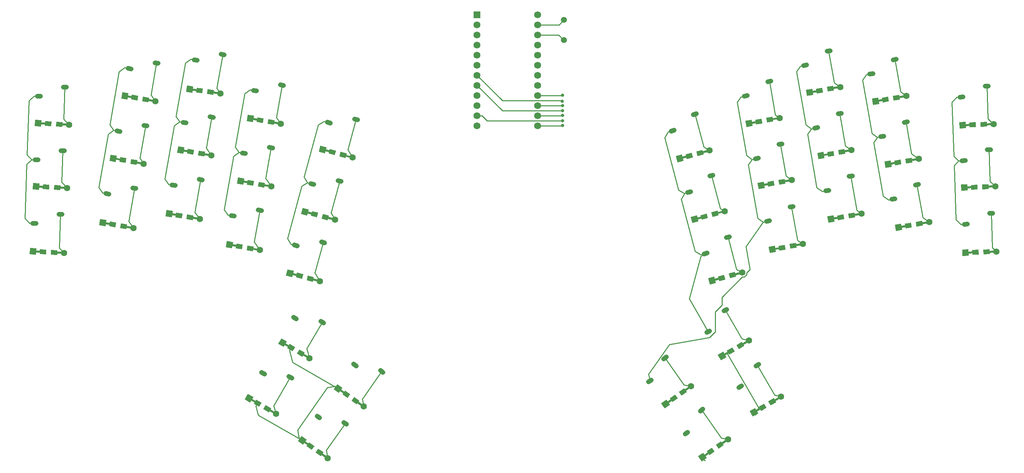
<source format=gbr>
G04 #@! TF.GenerationSoftware,KiCad,Pcbnew,(5.1.5)-1*
G04 #@! TF.CreationDate,2021-07-11T17:01:56-04:00*
G04 #@! TF.ProjectId,baboon38 v0.4,6261626f-6f6e-4333-9820-76302e342e6b,rev?*
G04 #@! TF.SameCoordinates,Original*
G04 #@! TF.FileFunction,Copper,L1,Top*
G04 #@! TF.FilePolarity,Positive*
%FSLAX46Y46*%
G04 Gerber Fmt 4.6, Leading zero omitted, Abs format (unit mm)*
G04 Created by KiCad (PCBNEW (5.1.5)-1) date 2021-07-11 17:01:56*
%MOMM*%
%LPD*%
G04 APERTURE LIST*
%ADD10C,1.500000*%
%ADD11C,1.752600*%
%ADD12R,1.752600X1.752600*%
%ADD13C,1.200000*%
%ADD14C,0.100000*%
%ADD15C,1.600000*%
%ADD16C,0.800000*%
%ADD17C,0.250000*%
G04 APERTURE END LIST*
D10*
X164200000Y-21960000D03*
X164200000Y-27040000D03*
D11*
X157620000Y-20630000D03*
X142380000Y-48570000D03*
X157620000Y-23170000D03*
X157620000Y-25710000D03*
X157620000Y-28250000D03*
X157620000Y-30790000D03*
X157620000Y-33330000D03*
X157620000Y-35870000D03*
X157620000Y-38410000D03*
X157620000Y-40950000D03*
X157620000Y-43490000D03*
X157620000Y-46030000D03*
X157620000Y-48570000D03*
X142380000Y-46030000D03*
X142380000Y-43490000D03*
X142380000Y-40950000D03*
X142380000Y-38410000D03*
X142380000Y-35870000D03*
X142380000Y-33330000D03*
X142380000Y-30790000D03*
X142380000Y-28250000D03*
X142380000Y-25710000D03*
X142380000Y-23170000D03*
D12*
X142380000Y-20630000D03*
D13*
X220978800Y-69040811D02*
X221766646Y-68901893D01*
X215067856Y-72662254D02*
X215855702Y-72523336D01*
X37896265Y-54843600D02*
X38695777Y-54871520D01*
X31361550Y-57156951D02*
X32161062Y-57184871D01*
G04 #@! TA.AperFunction,ComponentPad*
D14*
G36*
X212236809Y-119603767D02*
G01*
X213036809Y-120989407D01*
X211651169Y-121789407D01*
X210851169Y-120403767D01*
X212236809Y-119603767D01*
G37*
G04 #@! TD.AperFunction*
D15*
X218698987Y-116796587D03*
G04 #@! TA.AperFunction,Conductor*
D14*
G36*
X214287161Y-119055081D02*
G01*
X214537161Y-119488093D01*
X212025687Y-120938093D01*
X211775687Y-120505081D01*
X214287161Y-119055081D01*
G37*
G04 #@! TD.AperFunction*
G04 #@! TA.AperFunction,SMDPad,CuDef*
G36*
X214501872Y-118526972D02*
G01*
X215101872Y-119566202D01*
X213716232Y-120366202D01*
X213116232Y-119326972D01*
X214501872Y-118526972D01*
G37*
G04 #@! TD.AperFunction*
G04 #@! TA.AperFunction,SMDPad,CuDef*
G36*
X216926744Y-117126972D02*
G01*
X217526744Y-118166202D01*
X216141104Y-118966202D01*
X215541104Y-117926972D01*
X216926744Y-117126972D01*
G37*
G04 #@! TD.AperFunction*
G04 #@! TA.AperFunction,Conductor*
G36*
X218617289Y-116555081D02*
G01*
X218867289Y-116988093D01*
X216355815Y-118438093D01*
X216105815Y-118005081D01*
X218617289Y-116555081D01*
G37*
G04 #@! TD.AperFunction*
G04 #@! TA.AperFunction,ComponentPad*
G36*
X199214712Y-130868725D02*
G01*
X200132435Y-132179368D01*
X198821792Y-133097091D01*
X197904069Y-131786448D01*
X199214712Y-130868725D01*
G37*
G04 #@! TD.AperFunction*
D15*
X205407638Y-127509012D03*
G04 #@! TA.AperFunction,Conductor*
D14*
G36*
X201209441Y-130143427D02*
G01*
X201496230Y-130553003D01*
X199120689Y-132216375D01*
X198833900Y-131806799D01*
X201209441Y-130143427D01*
G37*
G04 #@! TD.AperFunction*
G04 #@! TA.AperFunction,SMDPad,CuDef*
G36*
X201377308Y-129598615D02*
G01*
X202065599Y-130581597D01*
X200754956Y-131499319D01*
X200066665Y-130516337D01*
X201377308Y-129598615D01*
G37*
G04 #@! TD.AperFunction*
G04 #@! TA.AperFunction,SMDPad,CuDef*
G36*
X203670934Y-127992601D02*
G01*
X204359225Y-128975583D01*
X203048582Y-129893305D01*
X202360291Y-128910323D01*
X203670934Y-127992601D01*
G37*
G04 #@! TD.AperFunction*
G04 #@! TA.AperFunction,Conductor*
G36*
X205305201Y-127275545D02*
G01*
X205591990Y-127685121D01*
X203216449Y-129348493D01*
X202929660Y-128938917D01*
X205305201Y-127275545D01*
G37*
G04 #@! TD.AperFunction*
G04 #@! TA.AperFunction,ComponentPad*
G36*
X189943735Y-117509871D02*
G01*
X190861458Y-118820514D01*
X189550815Y-119738237D01*
X188633092Y-118427594D01*
X189943735Y-117509871D01*
G37*
G04 #@! TD.AperFunction*
D15*
X196136661Y-114150158D03*
G04 #@! TA.AperFunction,Conductor*
D14*
G36*
X191938464Y-116784573D02*
G01*
X192225253Y-117194149D01*
X189849712Y-118857521D01*
X189562923Y-118447945D01*
X191938464Y-116784573D01*
G37*
G04 #@! TD.AperFunction*
G04 #@! TA.AperFunction,SMDPad,CuDef*
G36*
X192106331Y-116239761D02*
G01*
X192794622Y-117222743D01*
X191483979Y-118140465D01*
X190795688Y-117157483D01*
X192106331Y-116239761D01*
G37*
G04 #@! TD.AperFunction*
G04 #@! TA.AperFunction,SMDPad,CuDef*
G36*
X194399957Y-114633747D02*
G01*
X195088248Y-115616729D01*
X193777605Y-116534451D01*
X193089314Y-115551469D01*
X194399957Y-114633747D01*
G37*
G04 #@! TD.AperFunction*
G04 #@! TA.AperFunction,Conductor*
G36*
X196034224Y-113916691D02*
G01*
X196321013Y-114326267D01*
X193945472Y-115989639D01*
X193658683Y-115580063D01*
X196034224Y-113916691D01*
G37*
G04 #@! TD.AperFunction*
G04 #@! TA.AperFunction,ComponentPad*
G36*
X204239703Y-105452926D02*
G01*
X205039703Y-106838566D01*
X203654063Y-107638566D01*
X202854063Y-106252926D01*
X204239703Y-105452926D01*
G37*
G04 #@! TD.AperFunction*
D15*
X210701881Y-102645746D03*
G04 #@! TA.AperFunction,Conductor*
D14*
G36*
X206290055Y-104904240D02*
G01*
X206540055Y-105337252D01*
X204028581Y-106787252D01*
X203778581Y-106354240D01*
X206290055Y-104904240D01*
G37*
G04 #@! TD.AperFunction*
G04 #@! TA.AperFunction,SMDPad,CuDef*
G36*
X206504766Y-104376131D02*
G01*
X207104766Y-105415361D01*
X205719126Y-106215361D01*
X205119126Y-105176131D01*
X206504766Y-104376131D01*
G37*
G04 #@! TD.AperFunction*
G04 #@! TA.AperFunction,SMDPad,CuDef*
G36*
X208929638Y-102976131D02*
G01*
X209529638Y-104015361D01*
X208143998Y-104815361D01*
X207543998Y-103776131D01*
X208929638Y-102976131D01*
G37*
G04 #@! TD.AperFunction*
G04 #@! TA.AperFunction,Conductor*
G36*
X210620183Y-102404240D02*
G01*
X210870183Y-102837252D01*
X208358709Y-104287252D01*
X208108709Y-103854240D01*
X210620183Y-102404240D01*
G37*
G04 #@! TD.AperFunction*
G04 #@! TA.AperFunction,ComponentPad*
G36*
X86208442Y-116869181D02*
G01*
X85408442Y-118254821D01*
X84022802Y-117454821D01*
X84822802Y-116069181D01*
X86208442Y-116869181D01*
G37*
G04 #@! TD.AperFunction*
D15*
X91870620Y-121062001D03*
G04 #@! TA.AperFunction,Conductor*
D14*
G36*
X87708794Y-118370495D02*
G01*
X87458794Y-118803507D01*
X84947320Y-117353507D01*
X85197320Y-116920495D01*
X87708794Y-118370495D01*
G37*
G04 #@! TD.AperFunction*
G04 #@! TA.AperFunction,SMDPad,CuDef*
G36*
X88273505Y-118292386D02*
G01*
X87673505Y-119331616D01*
X86287865Y-118531616D01*
X86887865Y-117492386D01*
X88273505Y-118292386D01*
G37*
G04 #@! TD.AperFunction*
G04 #@! TA.AperFunction,SMDPad,CuDef*
G36*
X90698377Y-119692386D02*
G01*
X90098377Y-120731616D01*
X88712737Y-119931616D01*
X89312737Y-118892386D01*
X90698377Y-119692386D01*
G37*
G04 #@! TD.AperFunction*
G04 #@! TA.AperFunction,Conductor*
G36*
X92038922Y-120870495D02*
G01*
X91788922Y-121303507D01*
X89277448Y-119853507D01*
X89527448Y-119420495D01*
X92038922Y-120870495D01*
G37*
G04 #@! TD.AperFunction*
G04 #@! TA.AperFunction,ComponentPad*
G36*
X99612056Y-127569630D02*
G01*
X98694333Y-128880273D01*
X97383690Y-127962550D01*
X98301413Y-126651907D01*
X99612056Y-127569630D01*
G37*
G04 #@! TD.AperFunction*
D15*
X104887259Y-132239986D03*
G04 #@! TA.AperFunction,Conductor*
D14*
G36*
X100975851Y-129195995D02*
G01*
X100689062Y-129605571D01*
X98313521Y-127942199D01*
X98600310Y-127532623D01*
X100975851Y-129195995D01*
G37*
G04 #@! TD.AperFunction*
G04 #@! TA.AperFunction,SMDPad,CuDef*
G36*
X101545220Y-129167401D02*
G01*
X100856929Y-130150383D01*
X99546286Y-129232661D01*
X100234577Y-128249679D01*
X101545220Y-129167401D01*
G37*
G04 #@! TD.AperFunction*
G04 #@! TA.AperFunction,SMDPad,CuDef*
G36*
X103838846Y-130773415D02*
G01*
X103150555Y-131756397D01*
X101839912Y-130838675D01*
X102528203Y-129855693D01*
X103838846Y-130773415D01*
G37*
G04 #@! TD.AperFunction*
G04 #@! TA.AperFunction,Conductor*
G36*
X105071611Y-132063877D02*
G01*
X104784822Y-132473453D01*
X102409281Y-130810081D01*
X102696070Y-130400505D01*
X105071611Y-132063877D01*
G37*
G04 #@! TD.AperFunction*
G04 #@! TA.AperFunction,ComponentPad*
G36*
X108610322Y-114535781D02*
G01*
X107692599Y-115846424D01*
X106381956Y-114928701D01*
X107299679Y-113618058D01*
X108610322Y-114535781D01*
G37*
G04 #@! TD.AperFunction*
D15*
X113885525Y-119206137D03*
G04 #@! TA.AperFunction,Conductor*
D14*
G36*
X109974117Y-116162146D02*
G01*
X109687328Y-116571722D01*
X107311787Y-114908350D01*
X107598576Y-114498774D01*
X109974117Y-116162146D01*
G37*
G04 #@! TD.AperFunction*
G04 #@! TA.AperFunction,SMDPad,CuDef*
G36*
X110543486Y-116133552D02*
G01*
X109855195Y-117116534D01*
X108544552Y-116198812D01*
X109232843Y-115215830D01*
X110543486Y-116133552D01*
G37*
G04 #@! TD.AperFunction*
G04 #@! TA.AperFunction,SMDPad,CuDef*
G36*
X112837112Y-117739566D02*
G01*
X112148821Y-118722548D01*
X110838178Y-117804826D01*
X111526469Y-116821844D01*
X112837112Y-117739566D01*
G37*
G04 #@! TD.AperFunction*
G04 #@! TA.AperFunction,Conductor*
G36*
X114069877Y-119030028D02*
G01*
X113783088Y-119439604D01*
X111407547Y-117776232D01*
X111694336Y-117366656D01*
X114069877Y-119030028D01*
G37*
G04 #@! TD.AperFunction*
G04 #@! TA.AperFunction,ComponentPad*
G36*
X94621455Y-102882716D02*
G01*
X93821455Y-104268356D01*
X92435815Y-103468356D01*
X93235815Y-102082716D01*
X94621455Y-102882716D01*
G37*
G04 #@! TD.AperFunction*
D15*
X100283633Y-107075536D03*
G04 #@! TA.AperFunction,Conductor*
D14*
G36*
X96121807Y-104384030D02*
G01*
X95871807Y-104817042D01*
X93360333Y-103367042D01*
X93610333Y-102934030D01*
X96121807Y-104384030D01*
G37*
G04 #@! TD.AperFunction*
G04 #@! TA.AperFunction,SMDPad,CuDef*
G36*
X96686518Y-104305921D02*
G01*
X96086518Y-105345151D01*
X94700878Y-104545151D01*
X95300878Y-103505921D01*
X96686518Y-104305921D01*
G37*
G04 #@! TD.AperFunction*
G04 #@! TA.AperFunction,SMDPad,CuDef*
G36*
X99111390Y-105705921D02*
G01*
X98511390Y-106745151D01*
X97125750Y-105945151D01*
X97725750Y-104905921D01*
X99111390Y-105705921D01*
G37*
G04 #@! TD.AperFunction*
G04 #@! TA.AperFunction,Conductor*
G36*
X100451935Y-106884030D02*
G01*
X100201935Y-107317042D01*
X97690461Y-105867042D01*
X97940461Y-105434030D01*
X100451935Y-106884030D01*
G37*
G04 #@! TD.AperFunction*
G04 #@! TA.AperFunction,ComponentPad*
G36*
X265843791Y-79685013D02*
G01*
X265899630Y-81284038D01*
X264300605Y-81339877D01*
X264244766Y-79740852D01*
X265843791Y-79685013D01*
G37*
G04 #@! TD.AperFunction*
D15*
X272867446Y-80240229D03*
G04 #@! TA.AperFunction,Conductor*
D14*
G36*
X267911737Y-80163134D02*
G01*
X267929187Y-80662829D01*
X265030953Y-80764038D01*
X265013503Y-80264343D01*
X267911737Y-80163134D01*
G37*
G04 #@! TD.AperFunction*
G04 #@! TA.AperFunction,SMDPad,CuDef*
G36*
X268349248Y-79797642D02*
G01*
X268391127Y-80996911D01*
X266792102Y-81052750D01*
X266750223Y-79853481D01*
X268349248Y-79797642D01*
G37*
G04 #@! TD.AperFunction*
G04 #@! TA.AperFunction,SMDPad,CuDef*
G36*
X271147542Y-79699924D02*
G01*
X271189421Y-80899193D01*
X269590396Y-80955032D01*
X269548517Y-79755763D01*
X271147542Y-79699924D01*
G37*
G04 #@! TD.AperFunction*
G04 #@! TA.AperFunction,Conductor*
G36*
X272908691Y-79988636D02*
G01*
X272926141Y-80488331D01*
X270027907Y-80589540D01*
X270010457Y-80089845D01*
X272908691Y-79988636D01*
G37*
G04 #@! TD.AperFunction*
G04 #@! TA.AperFunction,ComponentPad*
G36*
X248914854Y-73230840D02*
G01*
X249192691Y-74806533D01*
X247616998Y-75084370D01*
X247339161Y-73508677D01*
X248914854Y-73230840D01*
G37*
G04 #@! TD.AperFunction*
D15*
X255947426Y-72803149D03*
G04 #@! TA.AperFunction,Conductor*
D14*
G36*
X251029216Y-73416505D02*
G01*
X251116040Y-73908909D01*
X248260098Y-74412489D01*
X248173274Y-73920085D01*
X251029216Y-73416505D01*
G37*
G04 #@! TD.AperFunction*
G04 #@! TA.AperFunction,SMDPad,CuDef*
G36*
X251411602Y-72993681D02*
G01*
X251619980Y-74175450D01*
X250044288Y-74453287D01*
X249835910Y-73271518D01*
X251411602Y-72993681D01*
G37*
G04 #@! TD.AperFunction*
G04 #@! TA.AperFunction,SMDPad,CuDef*
G36*
X254169064Y-72507467D02*
G01*
X254377442Y-73689236D01*
X252801750Y-73967073D01*
X252593372Y-72785304D01*
X254169064Y-72507467D01*
G37*
G04 #@! TD.AperFunction*
G04 #@! TA.AperFunction,Conductor*
G36*
X255953254Y-72548265D02*
G01*
X256040078Y-73040669D01*
X253184136Y-73544249D01*
X253097312Y-73051845D01*
X255953254Y-72548265D01*
G37*
G04 #@! TD.AperFunction*
G04 #@! TA.AperFunction,ComponentPad*
G36*
X231932218Y-71142760D02*
G01*
X232210055Y-72718453D01*
X230634362Y-72996290D01*
X230356525Y-71420597D01*
X231932218Y-71142760D01*
G37*
G04 #@! TD.AperFunction*
D15*
X238964790Y-70715069D03*
G04 #@! TA.AperFunction,Conductor*
D14*
G36*
X234046580Y-71328425D02*
G01*
X234133404Y-71820829D01*
X231277462Y-72324409D01*
X231190638Y-71832005D01*
X234046580Y-71328425D01*
G37*
G04 #@! TD.AperFunction*
G04 #@! TA.AperFunction,SMDPad,CuDef*
G36*
X234428966Y-70905601D02*
G01*
X234637344Y-72087370D01*
X233061652Y-72365207D01*
X232853274Y-71183438D01*
X234428966Y-70905601D01*
G37*
G04 #@! TD.AperFunction*
G04 #@! TA.AperFunction,SMDPad,CuDef*
G36*
X237186428Y-70419387D02*
G01*
X237394806Y-71601156D01*
X235819114Y-71878993D01*
X235610736Y-70697224D01*
X237186428Y-70419387D01*
G37*
G04 #@! TD.AperFunction*
G04 #@! TA.AperFunction,Conductor*
G36*
X238970618Y-70460185D02*
G01*
X239057442Y-70952589D01*
X236201500Y-71456169D01*
X236114676Y-70963765D01*
X238970618Y-70460185D01*
G37*
G04 #@! TD.AperFunction*
G04 #@! TA.AperFunction,ComponentPad*
G36*
X217209804Y-78788712D02*
G01*
X217487641Y-80364405D01*
X215911948Y-80642242D01*
X215634111Y-79066549D01*
X217209804Y-78788712D01*
G37*
G04 #@! TD.AperFunction*
D15*
X224242376Y-78361021D03*
G04 #@! TA.AperFunction,Conductor*
D14*
G36*
X219324166Y-78974377D02*
G01*
X219410990Y-79466781D01*
X216555048Y-79970361D01*
X216468224Y-79477957D01*
X219324166Y-78974377D01*
G37*
G04 #@! TD.AperFunction*
G04 #@! TA.AperFunction,SMDPad,CuDef*
G36*
X219706552Y-78551553D02*
G01*
X219914930Y-79733322D01*
X218339238Y-80011159D01*
X218130860Y-78829390D01*
X219706552Y-78551553D01*
G37*
G04 #@! TD.AperFunction*
G04 #@! TA.AperFunction,SMDPad,CuDef*
G36*
X222464014Y-78065339D02*
G01*
X222672392Y-79247108D01*
X221096700Y-79524945D01*
X220888322Y-78343176D01*
X222464014Y-78065339D01*
G37*
G04 #@! TD.AperFunction*
G04 #@! TA.AperFunction,Conductor*
G36*
X224248204Y-78106137D02*
G01*
X224335028Y-78598541D01*
X221479086Y-79102121D01*
X221392262Y-78609717D01*
X224248204Y-78106137D01*
G37*
G04 #@! TD.AperFunction*
G04 #@! TA.AperFunction,ComponentPad*
G36*
X201988408Y-86570602D02*
G01*
X202402519Y-88116083D01*
X200857038Y-88530194D01*
X200442927Y-86984713D01*
X201988408Y-86570602D01*
G37*
G04 #@! TD.AperFunction*
D15*
X208956945Y-85531610D03*
G04 #@! TA.AperFunction,Conductor*
D14*
G36*
X204110907Y-86571283D02*
G01*
X204240316Y-87054246D01*
X201439131Y-87804821D01*
X201309722Y-87321858D01*
X204110907Y-86571283D01*
G37*
G04 #@! TD.AperFunction*
G04 #@! TA.AperFunction,SMDPad,CuDef*
G36*
X204454987Y-86116740D02*
G01*
X204765570Y-87275851D01*
X203220089Y-87689962D01*
X202909506Y-86530851D01*
X204454987Y-86116740D01*
G37*
G04 #@! TD.AperFunction*
G04 #@! TA.AperFunction,SMDPad,CuDef*
G36*
X207159579Y-85392046D02*
G01*
X207470162Y-86551157D01*
X205924681Y-86965268D01*
X205614098Y-85806157D01*
X207159579Y-85392046D01*
G37*
G04 #@! TD.AperFunction*
G04 #@! TA.AperFunction,Conductor*
G36*
X208940537Y-85277187D02*
G01*
X209069946Y-85760150D01*
X206268761Y-86510725D01*
X206139352Y-86027762D01*
X208940537Y-85277187D01*
G37*
G04 #@! TD.AperFunction*
G04 #@! TA.AperFunction,ComponentPad*
G36*
X96358660Y-85136322D02*
G01*
X95944549Y-86681803D01*
X94399068Y-86267692D01*
X94813179Y-84722211D01*
X96358660Y-85136322D01*
G37*
G04 #@! TD.AperFunction*
D15*
X102913086Y-87720795D03*
G04 #@! TA.AperFunction,Conductor*
D14*
G36*
X98196457Y-86198159D02*
G01*
X98067048Y-86681122D01*
X95265863Y-85930547D01*
X95395272Y-85447584D01*
X98196457Y-86198159D01*
G37*
G04 #@! TD.AperFunction*
G04 #@! TA.AperFunction,SMDPad,CuDef*
G36*
X98721711Y-85976554D02*
G01*
X98411128Y-87135665D01*
X96865647Y-86721554D01*
X97176230Y-85562443D01*
X98721711Y-85976554D01*
G37*
G04 #@! TD.AperFunction*
G04 #@! TA.AperFunction,SMDPad,CuDef*
G36*
X101426303Y-86701248D02*
G01*
X101115720Y-87860359D01*
X99570239Y-87446248D01*
X99880822Y-86287137D01*
X101426303Y-86701248D01*
G37*
G04 #@! TD.AperFunction*
G04 #@! TA.AperFunction,Conductor*
G36*
X103026087Y-87492255D02*
G01*
X102896678Y-87975218D01*
X100095493Y-87224643D01*
X100224902Y-86741680D01*
X103026087Y-87492255D01*
G37*
G04 #@! TD.AperFunction*
G04 #@! TA.AperFunction,ComponentPad*
G36*
X81119814Y-77873775D02*
G01*
X80841977Y-79449468D01*
X79266284Y-79171631D01*
X79544121Y-77595938D01*
X81119814Y-77873775D01*
G37*
G04 #@! TD.AperFunction*
D15*
X87874549Y-79877159D03*
G04 #@! TA.AperFunction,Conductor*
D14*
G36*
X83043163Y-78771399D02*
G01*
X82956339Y-79263803D01*
X80100397Y-78760223D01*
X80187221Y-78267819D01*
X83043163Y-78771399D01*
G37*
G04 #@! TD.AperFunction*
G04 #@! TA.AperFunction,SMDPad,CuDef*
G36*
X83547103Y-78504858D02*
G01*
X83338725Y-79686627D01*
X81763033Y-79408790D01*
X81971411Y-78227021D01*
X83547103Y-78504858D01*
G37*
G04 #@! TD.AperFunction*
G04 #@! TA.AperFunction,SMDPad,CuDef*
G36*
X86304565Y-78991072D02*
G01*
X86096187Y-80172841D01*
X84520495Y-79895004D01*
X84728873Y-78713235D01*
X86304565Y-78991072D01*
G37*
G04 #@! TD.AperFunction*
G04 #@! TA.AperFunction,Conductor*
G36*
X87967201Y-79639639D02*
G01*
X87880377Y-80132043D01*
X85024435Y-79628463D01*
X85111259Y-79136059D01*
X87967201Y-79639639D01*
G37*
G04 #@! TD.AperFunction*
G04 #@! TA.AperFunction,ComponentPad*
G36*
X65981494Y-70063445D02*
G01*
X65703657Y-71639138D01*
X64127964Y-71361301D01*
X64405801Y-69785608D01*
X65981494Y-70063445D01*
G37*
G04 #@! TD.AperFunction*
D15*
X72736229Y-72066829D03*
G04 #@! TA.AperFunction,Conductor*
D14*
G36*
X67904843Y-70961069D02*
G01*
X67818019Y-71453473D01*
X64962077Y-70949893D01*
X65048901Y-70457489D01*
X67904843Y-70961069D01*
G37*
G04 #@! TD.AperFunction*
G04 #@! TA.AperFunction,SMDPad,CuDef*
G36*
X68408783Y-70694528D02*
G01*
X68200405Y-71876297D01*
X66624713Y-71598460D01*
X66833091Y-70416691D01*
X68408783Y-70694528D01*
G37*
G04 #@! TD.AperFunction*
G04 #@! TA.AperFunction,SMDPad,CuDef*
G36*
X71166245Y-71180742D02*
G01*
X70957867Y-72362511D01*
X69382175Y-72084674D01*
X69590553Y-70902905D01*
X71166245Y-71180742D01*
G37*
G04 #@! TD.AperFunction*
G04 #@! TA.AperFunction,Conductor*
G36*
X72828881Y-71829309D02*
G01*
X72742057Y-72321713D01*
X69886115Y-71818133D01*
X69972939Y-71325729D01*
X72828881Y-71829309D01*
G37*
G04 #@! TD.AperFunction*
G04 #@! TA.AperFunction,ComponentPad*
G36*
X49315147Y-72324618D02*
G01*
X49037310Y-73900311D01*
X47461617Y-73622474D01*
X47739454Y-72046781D01*
X49315147Y-72324618D01*
G37*
G04 #@! TD.AperFunction*
D15*
X56069882Y-74328002D03*
G04 #@! TA.AperFunction,Conductor*
D14*
G36*
X51238496Y-73222242D02*
G01*
X51151672Y-73714646D01*
X48295730Y-73211066D01*
X48382554Y-72718662D01*
X51238496Y-73222242D01*
G37*
G04 #@! TD.AperFunction*
G04 #@! TA.AperFunction,SMDPad,CuDef*
G36*
X51742436Y-72955701D02*
G01*
X51534058Y-74137470D01*
X49958366Y-73859633D01*
X50166744Y-72677864D01*
X51742436Y-72955701D01*
G37*
G04 #@! TD.AperFunction*
G04 #@! TA.AperFunction,SMDPad,CuDef*
G36*
X54499898Y-73441915D02*
G01*
X54291520Y-74623684D01*
X52715828Y-74345847D01*
X52924206Y-73164078D01*
X54499898Y-73441915D01*
G37*
G04 #@! TD.AperFunction*
G04 #@! TA.AperFunction,Conductor*
G36*
X56162534Y-74090482D02*
G01*
X56075710Y-74582886D01*
X53219768Y-74079306D01*
X53306592Y-73586902D01*
X56162534Y-74090482D01*
G37*
G04 #@! TD.AperFunction*
G04 #@! TA.AperFunction,ComponentPad*
G36*
X31696955Y-79438644D02*
G01*
X31613218Y-81036451D01*
X30015411Y-80952714D01*
X30099148Y-79354907D01*
X31696955Y-79438644D01*
G37*
G04 #@! TD.AperFunction*
D15*
X38645493Y-80603899D03*
G04 #@! TA.AperFunction,Conductor*
D14*
G36*
X33715361Y-80095179D02*
G01*
X33689193Y-80594494D01*
X30793167Y-80442719D01*
X30819335Y-79943404D01*
X33715361Y-80095179D01*
G37*
G04 #@! TD.AperFunction*
G04 #@! TA.AperFunction,SMDPad,CuDef*
G36*
X34183062Y-79769210D02*
G01*
X34120259Y-80967565D01*
X32522452Y-80883828D01*
X32585255Y-79685473D01*
X34183062Y-79769210D01*
G37*
G04 #@! TD.AperFunction*
G04 #@! TA.AperFunction,SMDPad,CuDef*
G36*
X36979224Y-79915750D02*
G01*
X36916421Y-81114105D01*
X35318614Y-81030368D01*
X35381417Y-79832013D01*
X36979224Y-79915750D01*
G37*
G04 #@! TD.AperFunction*
G04 #@! TA.AperFunction,Conductor*
G36*
X38708509Y-80356859D02*
G01*
X38682341Y-80856174D01*
X35786315Y-80704399D01*
X35812483Y-80205084D01*
X38708509Y-80356859D01*
G37*
G04 #@! TD.AperFunction*
G04 #@! TA.AperFunction,ComponentPad*
G36*
X265570898Y-63298877D02*
G01*
X265626737Y-64897902D01*
X264027712Y-64953741D01*
X263971873Y-63354716D01*
X265570898Y-63298877D01*
G37*
G04 #@! TD.AperFunction*
D15*
X272594553Y-63854093D03*
G04 #@! TA.AperFunction,Conductor*
D14*
G36*
X267638844Y-63776998D02*
G01*
X267656294Y-64276693D01*
X264758060Y-64377902D01*
X264740610Y-63878207D01*
X267638844Y-63776998D01*
G37*
G04 #@! TD.AperFunction*
G04 #@! TA.AperFunction,SMDPad,CuDef*
G36*
X268076355Y-63411506D02*
G01*
X268118234Y-64610775D01*
X266519209Y-64666614D01*
X266477330Y-63467345D01*
X268076355Y-63411506D01*
G37*
G04 #@! TD.AperFunction*
G04 #@! TA.AperFunction,SMDPad,CuDef*
G36*
X270874649Y-63313788D02*
G01*
X270916528Y-64513057D01*
X269317503Y-64568896D01*
X269275624Y-63369627D01*
X270874649Y-63313788D01*
G37*
G04 #@! TD.AperFunction*
G04 #@! TA.AperFunction,Conductor*
G36*
X272635798Y-63602500D02*
G01*
X272653248Y-64102195D01*
X269755014Y-64203404D01*
X269737564Y-63703709D01*
X272635798Y-63602500D01*
G37*
G04 #@! TD.AperFunction*
G04 #@! TA.AperFunction,ComponentPad*
G36*
X246289703Y-57341579D02*
G01*
X246567540Y-58917272D01*
X244991847Y-59195109D01*
X244714010Y-57619416D01*
X246289703Y-57341579D01*
G37*
G04 #@! TD.AperFunction*
D15*
X253322275Y-56913888D03*
G04 #@! TA.AperFunction,Conductor*
D14*
G36*
X248404065Y-57527244D02*
G01*
X248490889Y-58019648D01*
X245634947Y-58523228D01*
X245548123Y-58030824D01*
X248404065Y-57527244D01*
G37*
G04 #@! TD.AperFunction*
G04 #@! TA.AperFunction,SMDPad,CuDef*
G36*
X248786451Y-57104420D02*
G01*
X248994829Y-58286189D01*
X247419137Y-58564026D01*
X247210759Y-57382257D01*
X248786451Y-57104420D01*
G37*
G04 #@! TD.AperFunction*
G04 #@! TA.AperFunction,SMDPad,CuDef*
G36*
X251543913Y-56618206D02*
G01*
X251752291Y-57799975D01*
X250176599Y-58077812D01*
X249968221Y-56896043D01*
X251543913Y-56618206D01*
G37*
G04 #@! TD.AperFunction*
G04 #@! TA.AperFunction,Conductor*
G36*
X253328103Y-56659004D02*
G01*
X253414927Y-57151408D01*
X250558985Y-57654988D01*
X250472161Y-57162584D01*
X253328103Y-56659004D01*
G37*
G04 #@! TD.AperFunction*
G04 #@! TA.AperFunction,ComponentPad*
G36*
X229415403Y-55162595D02*
G01*
X229693240Y-56738288D01*
X228117547Y-57016125D01*
X227839710Y-55440432D01*
X229415403Y-55162595D01*
G37*
G04 #@! TD.AperFunction*
D15*
X236447975Y-54734904D03*
G04 #@! TA.AperFunction,Conductor*
D14*
G36*
X231529765Y-55348260D02*
G01*
X231616589Y-55840664D01*
X228760647Y-56344244D01*
X228673823Y-55851840D01*
X231529765Y-55348260D01*
G37*
G04 #@! TD.AperFunction*
G04 #@! TA.AperFunction,SMDPad,CuDef*
G36*
X231912151Y-54925436D02*
G01*
X232120529Y-56107205D01*
X230544837Y-56385042D01*
X230336459Y-55203273D01*
X231912151Y-54925436D01*
G37*
G04 #@! TD.AperFunction*
G04 #@! TA.AperFunction,SMDPad,CuDef*
G36*
X234669613Y-54439222D02*
G01*
X234877991Y-55620991D01*
X233302299Y-55898828D01*
X233093921Y-54717059D01*
X234669613Y-54439222D01*
G37*
G04 #@! TD.AperFunction*
G04 #@! TA.AperFunction,Conductor*
G36*
X236453803Y-54480020D02*
G01*
X236540627Y-54972424D01*
X233684685Y-55476004D01*
X233597861Y-54983600D01*
X236453803Y-54480020D01*
G37*
G04 #@! TD.AperFunction*
G04 #@! TA.AperFunction,ComponentPad*
G36*
X214402848Y-62682782D02*
G01*
X214680685Y-64258475D01*
X213104992Y-64536312D01*
X212827155Y-62960619D01*
X214402848Y-62682782D01*
G37*
G04 #@! TD.AperFunction*
D15*
X221435420Y-62255091D03*
G04 #@! TA.AperFunction,Conductor*
D14*
G36*
X216517210Y-62868447D02*
G01*
X216604034Y-63360851D01*
X213748092Y-63864431D01*
X213661268Y-63372027D01*
X216517210Y-62868447D01*
G37*
G04 #@! TD.AperFunction*
G04 #@! TA.AperFunction,SMDPad,CuDef*
G36*
X216899596Y-62445623D02*
G01*
X217107974Y-63627392D01*
X215532282Y-63905229D01*
X215323904Y-62723460D01*
X216899596Y-62445623D01*
G37*
G04 #@! TD.AperFunction*
G04 #@! TA.AperFunction,SMDPad,CuDef*
G36*
X219657058Y-61959409D02*
G01*
X219865436Y-63141178D01*
X218289744Y-63419015D01*
X218081366Y-62237246D01*
X219657058Y-61959409D01*
G37*
G04 #@! TD.AperFunction*
G04 #@! TA.AperFunction,Conductor*
G36*
X221441248Y-62000207D02*
G01*
X221528072Y-62492611D01*
X218672130Y-62996191D01*
X218585306Y-62503787D01*
X221441248Y-62000207D01*
G37*
G04 #@! TD.AperFunction*
G04 #@! TA.AperFunction,ComponentPad*
G36*
X197617434Y-71130893D02*
G01*
X198031545Y-72676374D01*
X196486064Y-73090485D01*
X196071953Y-71545004D01*
X197617434Y-71130893D01*
G37*
G04 #@! TD.AperFunction*
D15*
X204585971Y-70091901D03*
G04 #@! TA.AperFunction,Conductor*
D14*
G36*
X199739933Y-71131574D02*
G01*
X199869342Y-71614537D01*
X197068157Y-72365112D01*
X196938748Y-71882149D01*
X199739933Y-71131574D01*
G37*
G04 #@! TD.AperFunction*
G04 #@! TA.AperFunction,SMDPad,CuDef*
G36*
X200084013Y-70677031D02*
G01*
X200394596Y-71836142D01*
X198849115Y-72250253D01*
X198538532Y-71091142D01*
X200084013Y-70677031D01*
G37*
G04 #@! TD.AperFunction*
G04 #@! TA.AperFunction,SMDPad,CuDef*
G36*
X202788605Y-69952337D02*
G01*
X203099188Y-71111448D01*
X201553707Y-71525559D01*
X201243124Y-70366448D01*
X202788605Y-69952337D01*
G37*
G04 #@! TD.AperFunction*
G04 #@! TA.AperFunction,Conductor*
G36*
X204569563Y-69837478D02*
G01*
X204698972Y-70320441D01*
X201897787Y-71071016D01*
X201768378Y-70588053D01*
X204569563Y-69837478D01*
G37*
G04 #@! TD.AperFunction*
G04 #@! TA.AperFunction,ComponentPad*
G36*
X100123201Y-69649288D02*
G01*
X99709090Y-71194769D01*
X98163609Y-70780658D01*
X98577720Y-69235177D01*
X100123201Y-69649288D01*
G37*
G04 #@! TD.AperFunction*
D15*
X106677627Y-72233761D03*
G04 #@! TA.AperFunction,Conductor*
D14*
G36*
X101960998Y-70711125D02*
G01*
X101831589Y-71194088D01*
X99030404Y-70443513D01*
X99159813Y-69960550D01*
X101960998Y-70711125D01*
G37*
G04 #@! TD.AperFunction*
G04 #@! TA.AperFunction,SMDPad,CuDef*
G36*
X102486252Y-70489520D02*
G01*
X102175669Y-71648631D01*
X100630188Y-71234520D01*
X100940771Y-70075409D01*
X102486252Y-70489520D01*
G37*
G04 #@! TD.AperFunction*
G04 #@! TA.AperFunction,SMDPad,CuDef*
G36*
X105190844Y-71214214D02*
G01*
X104880261Y-72373325D01*
X103334780Y-71959214D01*
X103645363Y-70800103D01*
X105190844Y-71214214D01*
G37*
G04 #@! TD.AperFunction*
G04 #@! TA.AperFunction,Conductor*
G36*
X106790628Y-72005221D02*
G01*
X106661219Y-72488184D01*
X103860034Y-71737609D01*
X103989443Y-71254646D01*
X106790628Y-72005221D01*
G37*
G04 #@! TD.AperFunction*
G04 #@! TA.AperFunction,ComponentPad*
G36*
X83935489Y-61867463D02*
G01*
X83657652Y-63443156D01*
X82081959Y-63165319D01*
X82359796Y-61589626D01*
X83935489Y-61867463D01*
G37*
G04 #@! TD.AperFunction*
D15*
X90690224Y-63870847D03*
G04 #@! TA.AperFunction,Conductor*
D14*
G36*
X85858838Y-62765087D02*
G01*
X85772014Y-63257491D01*
X82916072Y-62753911D01*
X83002896Y-62261507D01*
X85858838Y-62765087D01*
G37*
G04 #@! TD.AperFunction*
G04 #@! TA.AperFunction,SMDPad,CuDef*
G36*
X86362778Y-62498546D02*
G01*
X86154400Y-63680315D01*
X84578708Y-63402478D01*
X84787086Y-62220709D01*
X86362778Y-62498546D01*
G37*
G04 #@! TD.AperFunction*
G04 #@! TA.AperFunction,SMDPad,CuDef*
G36*
X89120240Y-62984760D02*
G01*
X88911862Y-64166529D01*
X87336170Y-63888692D01*
X87544548Y-62706923D01*
X89120240Y-62984760D01*
G37*
G04 #@! TD.AperFunction*
G04 #@! TA.AperFunction,Conductor*
G36*
X90782876Y-63633327D02*
G01*
X90696052Y-64125731D01*
X87840110Y-63622151D01*
X87926934Y-63129747D01*
X90782876Y-63633327D01*
G37*
G04 #@! TD.AperFunction*
G04 #@! TA.AperFunction,ComponentPad*
G36*
X68896786Y-54048419D02*
G01*
X68618949Y-55624112D01*
X67043256Y-55346275D01*
X67321093Y-53770582D01*
X68896786Y-54048419D01*
G37*
G04 #@! TD.AperFunction*
D15*
X75651521Y-56051803D03*
G04 #@! TA.AperFunction,Conductor*
D14*
G36*
X70820135Y-54946043D02*
G01*
X70733311Y-55438447D01*
X67877369Y-54934867D01*
X67964193Y-54442463D01*
X70820135Y-54946043D01*
G37*
G04 #@! TD.AperFunction*
G04 #@! TA.AperFunction,SMDPad,CuDef*
G36*
X71324075Y-54679502D02*
G01*
X71115697Y-55861271D01*
X69540005Y-55583434D01*
X69748383Y-54401665D01*
X71324075Y-54679502D01*
G37*
G04 #@! TD.AperFunction*
G04 #@! TA.AperFunction,SMDPad,CuDef*
G36*
X74081537Y-55165716D02*
G01*
X73873159Y-56347485D01*
X72297467Y-56069648D01*
X72505845Y-54887879D01*
X74081537Y-55165716D01*
G37*
G04 #@! TD.AperFunction*
G04 #@! TA.AperFunction,Conductor*
G36*
X75744173Y-55814283D02*
G01*
X75657349Y-56306687D01*
X72801407Y-55803107D01*
X72888231Y-55310703D01*
X75744173Y-55814283D01*
G37*
G04 #@! TD.AperFunction*
G04 #@! TA.AperFunction,ComponentPad*
G36*
X51914151Y-56136499D02*
G01*
X51636314Y-57712192D01*
X50060621Y-57434355D01*
X50338458Y-55858662D01*
X51914151Y-56136499D01*
G37*
G04 #@! TD.AperFunction*
D15*
X58668886Y-58139883D03*
G04 #@! TA.AperFunction,Conductor*
D14*
G36*
X53837500Y-57034123D02*
G01*
X53750676Y-57526527D01*
X50894734Y-57022947D01*
X50981558Y-56530543D01*
X53837500Y-57034123D01*
G37*
G04 #@! TD.AperFunction*
G04 #@! TA.AperFunction,SMDPad,CuDef*
G36*
X54341440Y-56767582D02*
G01*
X54133062Y-57949351D01*
X52557370Y-57671514D01*
X52765748Y-56489745D01*
X54341440Y-56767582D01*
G37*
G04 #@! TD.AperFunction*
G04 #@! TA.AperFunction,SMDPad,CuDef*
G36*
X57098902Y-57253796D02*
G01*
X56890524Y-58435565D01*
X55314832Y-58157728D01*
X55523210Y-56975959D01*
X57098902Y-57253796D01*
G37*
G04 #@! TD.AperFunction*
G04 #@! TA.AperFunction,Conductor*
G36*
X58761538Y-57902363D02*
G01*
X58674714Y-58394767D01*
X55818772Y-57891187D01*
X55905596Y-57398783D01*
X58761538Y-57902363D01*
G37*
G04 #@! TD.AperFunction*
G04 #@! TA.AperFunction,ComponentPad*
G36*
X32476661Y-63108548D02*
G01*
X32392924Y-64706355D01*
X30795117Y-64622618D01*
X30878854Y-63024811D01*
X32476661Y-63108548D01*
G37*
G04 #@! TD.AperFunction*
D15*
X39425199Y-64273803D03*
G04 #@! TA.AperFunction,Conductor*
D14*
G36*
X34495067Y-63765083D02*
G01*
X34468899Y-64264398D01*
X31572873Y-64112623D01*
X31599041Y-63613308D01*
X34495067Y-63765083D01*
G37*
G04 #@! TD.AperFunction*
G04 #@! TA.AperFunction,SMDPad,CuDef*
G36*
X34962768Y-63439114D02*
G01*
X34899965Y-64637469D01*
X33302158Y-64553732D01*
X33364961Y-63355377D01*
X34962768Y-63439114D01*
G37*
G04 #@! TD.AperFunction*
G04 #@! TA.AperFunction,SMDPad,CuDef*
G36*
X37758930Y-63585654D02*
G01*
X37696127Y-64784009D01*
X36098320Y-64700272D01*
X36161123Y-63501917D01*
X37758930Y-63585654D01*
G37*
G04 #@! TD.AperFunction*
G04 #@! TA.AperFunction,Conductor*
G36*
X39488215Y-64026763D02*
G01*
X39462047Y-64526078D01*
X36566021Y-64374303D01*
X36592189Y-63874988D01*
X39488215Y-64026763D01*
G37*
G04 #@! TD.AperFunction*
G04 #@! TA.AperFunction,ComponentPad*
G36*
X265137377Y-47601357D02*
G01*
X265193216Y-49200382D01*
X263594191Y-49256221D01*
X263538352Y-47657196D01*
X265137377Y-47601357D01*
G37*
G04 #@! TD.AperFunction*
D15*
X272161032Y-48156573D03*
G04 #@! TA.AperFunction,Conductor*
D14*
G36*
X267205323Y-48079478D02*
G01*
X267222773Y-48579173D01*
X264324539Y-48680382D01*
X264307089Y-48180687D01*
X267205323Y-48079478D01*
G37*
G04 #@! TD.AperFunction*
G04 #@! TA.AperFunction,SMDPad,CuDef*
G36*
X267642834Y-47713986D02*
G01*
X267684713Y-48913255D01*
X266085688Y-48969094D01*
X266043809Y-47769825D01*
X267642834Y-47713986D01*
G37*
G04 #@! TD.AperFunction*
G04 #@! TA.AperFunction,SMDPad,CuDef*
G36*
X270441128Y-47616268D02*
G01*
X270483007Y-48815537D01*
X268883982Y-48871376D01*
X268842103Y-47672107D01*
X270441128Y-47616268D01*
G37*
G04 #@! TD.AperFunction*
G04 #@! TA.AperFunction,Conductor*
G36*
X272202277Y-47904980D02*
G01*
X272219727Y-48404675D01*
X269321493Y-48505884D01*
X269304043Y-48006189D01*
X272202277Y-47904980D01*
G37*
G04 #@! TD.AperFunction*
G04 #@! TA.AperFunction,ComponentPad*
G36*
X243157741Y-41508361D02*
G01*
X243435578Y-43084054D01*
X241859885Y-43361891D01*
X241582048Y-41786198D01*
X243157741Y-41508361D01*
G37*
G04 #@! TD.AperFunction*
D15*
X250190313Y-41080670D03*
G04 #@! TA.AperFunction,Conductor*
D14*
G36*
X245272103Y-41694026D02*
G01*
X245358927Y-42186430D01*
X242502985Y-42690010D01*
X242416161Y-42197606D01*
X245272103Y-41694026D01*
G37*
G04 #@! TD.AperFunction*
G04 #@! TA.AperFunction,SMDPad,CuDef*
G36*
X245654489Y-41271202D02*
G01*
X245862867Y-42452971D01*
X244287175Y-42730808D01*
X244078797Y-41549039D01*
X245654489Y-41271202D01*
G37*
G04 #@! TD.AperFunction*
G04 #@! TA.AperFunction,SMDPad,CuDef*
G36*
X248411951Y-40784988D02*
G01*
X248620329Y-41966757D01*
X247044637Y-42244594D01*
X246836259Y-41062825D01*
X248411951Y-40784988D01*
G37*
G04 #@! TD.AperFunction*
G04 #@! TA.AperFunction,Conductor*
G36*
X250196141Y-40825786D02*
G01*
X250282965Y-41318190D01*
X247427023Y-41821770D01*
X247340199Y-41329366D01*
X250196141Y-40825786D01*
G37*
G04 #@! TD.AperFunction*
G04 #@! TA.AperFunction,ComponentPad*
G36*
X226591014Y-39255903D02*
G01*
X226868851Y-40831596D01*
X225293158Y-41109433D01*
X225015321Y-39533740D01*
X226591014Y-39255903D01*
G37*
G04 #@! TD.AperFunction*
D15*
X233623586Y-38828212D03*
G04 #@! TA.AperFunction,Conductor*
D14*
G36*
X228705376Y-39441568D02*
G01*
X228792200Y-39933972D01*
X225936258Y-40437552D01*
X225849434Y-39945148D01*
X228705376Y-39441568D01*
G37*
G04 #@! TD.AperFunction*
G04 #@! TA.AperFunction,SMDPad,CuDef*
G36*
X229087762Y-39018744D02*
G01*
X229296140Y-40200513D01*
X227720448Y-40478350D01*
X227512070Y-39296581D01*
X229087762Y-39018744D01*
G37*
G04 #@! TD.AperFunction*
G04 #@! TA.AperFunction,SMDPad,CuDef*
G36*
X231845224Y-38532530D02*
G01*
X232053602Y-39714299D01*
X230477910Y-39992136D01*
X230269532Y-38810367D01*
X231845224Y-38532530D01*
G37*
G04 #@! TD.AperFunction*
G04 #@! TA.AperFunction,Conductor*
G36*
X233629414Y-38573328D02*
G01*
X233716238Y-39065732D01*
X230860296Y-39569312D01*
X230773472Y-39076908D01*
X233629414Y-38573328D01*
G37*
G04 #@! TD.AperFunction*
G04 #@! TA.AperFunction,ComponentPad*
G36*
X211353075Y-47057517D02*
G01*
X211630912Y-48633210D01*
X210055219Y-48911047D01*
X209777382Y-47335354D01*
X211353075Y-47057517D01*
G37*
G04 #@! TD.AperFunction*
D15*
X218385647Y-46629826D03*
G04 #@! TA.AperFunction,Conductor*
D14*
G36*
X213467437Y-47243182D02*
G01*
X213554261Y-47735586D01*
X210698319Y-48239166D01*
X210611495Y-47746762D01*
X213467437Y-47243182D01*
G37*
G04 #@! TD.AperFunction*
G04 #@! TA.AperFunction,SMDPad,CuDef*
G36*
X213849823Y-46820358D02*
G01*
X214058201Y-48002127D01*
X212482509Y-48279964D01*
X212274131Y-47098195D01*
X213849823Y-46820358D01*
G37*
G04 #@! TD.AperFunction*
G04 #@! TA.AperFunction,SMDPad,CuDef*
G36*
X216607285Y-46334144D02*
G01*
X216815663Y-47515913D01*
X215239971Y-47793750D01*
X215031593Y-46611981D01*
X216607285Y-46334144D01*
G37*
G04 #@! TD.AperFunction*
G04 #@! TA.AperFunction,Conductor*
G36*
X218391475Y-46374942D02*
G01*
X218478299Y-46867346D01*
X215622357Y-47370926D01*
X215535533Y-46878522D01*
X218391475Y-46374942D01*
G37*
G04 #@! TD.AperFunction*
G04 #@! TA.AperFunction,ComponentPad*
G36*
X193835462Y-55843098D02*
G01*
X194249573Y-57388579D01*
X192704092Y-57802690D01*
X192289981Y-56257209D01*
X193835462Y-55843098D01*
G37*
G04 #@! TD.AperFunction*
D15*
X200803999Y-54804106D03*
G04 #@! TA.AperFunction,Conductor*
D14*
G36*
X195957961Y-55843779D02*
G01*
X196087370Y-56326742D01*
X193286185Y-57077317D01*
X193156776Y-56594354D01*
X195957961Y-55843779D01*
G37*
G04 #@! TD.AperFunction*
G04 #@! TA.AperFunction,SMDPad,CuDef*
G36*
X196302041Y-55389236D02*
G01*
X196612624Y-56548347D01*
X195067143Y-56962458D01*
X194756560Y-55803347D01*
X196302041Y-55389236D01*
G37*
G04 #@! TD.AperFunction*
G04 #@! TA.AperFunction,SMDPad,CuDef*
G36*
X199006633Y-54664542D02*
G01*
X199317216Y-55823653D01*
X197771735Y-56237764D01*
X197461152Y-55078653D01*
X199006633Y-54664542D01*
G37*
G04 #@! TD.AperFunction*
G04 #@! TA.AperFunction,Conductor*
G36*
X200787591Y-54549683D02*
G01*
X200917000Y-55032646D01*
X198115815Y-55783221D01*
X197986406Y-55300258D01*
X200787591Y-54549683D01*
G37*
G04 #@! TD.AperFunction*
G04 #@! TA.AperFunction,ComponentPad*
G36*
X104576363Y-54001626D02*
G01*
X104162252Y-55547107D01*
X102616771Y-55132996D01*
X103030882Y-53587515D01*
X104576363Y-54001626D01*
G37*
G04 #@! TD.AperFunction*
D15*
X111130789Y-56586099D03*
G04 #@! TA.AperFunction,Conductor*
D14*
G36*
X106414160Y-55063463D02*
G01*
X106284751Y-55546426D01*
X103483566Y-54795851D01*
X103612975Y-54312888D01*
X106414160Y-55063463D01*
G37*
G04 #@! TD.AperFunction*
G04 #@! TA.AperFunction,SMDPad,CuDef*
G36*
X106939414Y-54841858D02*
G01*
X106628831Y-56000969D01*
X105083350Y-55586858D01*
X105393933Y-54427747D01*
X106939414Y-54841858D01*
G37*
G04 #@! TD.AperFunction*
G04 #@! TA.AperFunction,SMDPad,CuDef*
G36*
X109644006Y-55566552D02*
G01*
X109333423Y-56725663D01*
X107787942Y-56311552D01*
X108098525Y-55152441D01*
X109644006Y-55566552D01*
G37*
G04 #@! TD.AperFunction*
G04 #@! TA.AperFunction,Conductor*
G36*
X111243790Y-56357559D02*
G01*
X111114381Y-56840522D01*
X108313196Y-56089947D01*
X108442605Y-55606984D01*
X111243790Y-56357559D01*
G37*
G04 #@! TD.AperFunction*
G04 #@! TA.AperFunction,ComponentPad*
G36*
X86370113Y-46095254D02*
G01*
X86092276Y-47670947D01*
X84516583Y-47393110D01*
X84794420Y-45817417D01*
X86370113Y-46095254D01*
G37*
G04 #@! TD.AperFunction*
D15*
X93124848Y-48098638D03*
G04 #@! TA.AperFunction,Conductor*
D14*
G36*
X88293462Y-46992878D02*
G01*
X88206638Y-47485282D01*
X85350696Y-46981702D01*
X85437520Y-46489298D01*
X88293462Y-46992878D01*
G37*
G04 #@! TD.AperFunction*
G04 #@! TA.AperFunction,SMDPad,CuDef*
G36*
X88797402Y-46726337D02*
G01*
X88589024Y-47908106D01*
X87013332Y-47630269D01*
X87221710Y-46448500D01*
X88797402Y-46726337D01*
G37*
G04 #@! TD.AperFunction*
G04 #@! TA.AperFunction,SMDPad,CuDef*
G36*
X91554864Y-47212551D02*
G01*
X91346486Y-48394320D01*
X89770794Y-48116483D01*
X89979172Y-46934714D01*
X91554864Y-47212551D01*
G37*
G04 #@! TD.AperFunction*
G04 #@! TA.AperFunction,Conductor*
G36*
X93217500Y-47861118D02*
G01*
X93130676Y-48353522D01*
X90274734Y-47849942D01*
X90361558Y-47357538D01*
X93217500Y-47861118D01*
G37*
G04 #@! TD.AperFunction*
G04 #@! TA.AperFunction,ComponentPad*
G36*
X71113812Y-38695004D02*
G01*
X70891135Y-40279433D01*
X69306706Y-40056756D01*
X69529383Y-38472327D01*
X71113812Y-38695004D01*
G37*
G04 #@! TD.AperFunction*
D15*
X77934349Y-40461430D03*
G04 #@! TA.AperFunction,Conductor*
D14*
G36*
X73067316Y-39524956D02*
G01*
X72997729Y-40020090D01*
X70125952Y-39616488D01*
X70195539Y-39121354D01*
X73067316Y-39524956D01*
G37*
G04 #@! TD.AperFunction*
G04 #@! TA.AperFunction,SMDPad,CuDef*
G36*
X73561647Y-39240991D02*
G01*
X73394640Y-40429312D01*
X71810211Y-40206635D01*
X71977218Y-39018314D01*
X73561647Y-39240991D01*
G37*
G04 #@! TD.AperFunction*
G04 #@! TA.AperFunction,SMDPad,CuDef*
G36*
X76334397Y-39630675D02*
G01*
X76167390Y-40818996D01*
X74582961Y-40596319D01*
X74749968Y-39407998D01*
X76334397Y-39630675D01*
G37*
G04 #@! TD.AperFunction*
G04 #@! TA.AperFunction,Conductor*
G36*
X78018656Y-40220822D02*
G01*
X77949069Y-40715956D01*
X75077292Y-40312354D01*
X75146879Y-39817220D01*
X78018656Y-40220822D01*
G37*
G04 #@! TD.AperFunction*
G04 #@! TA.AperFunction,ComponentPad*
G36*
X54855589Y-40420331D02*
G01*
X54577752Y-41996024D01*
X53002059Y-41718187D01*
X53279896Y-40142494D01*
X54855589Y-40420331D01*
G37*
G04 #@! TD.AperFunction*
D15*
X61610324Y-42423715D03*
G04 #@! TA.AperFunction,Conductor*
D14*
G36*
X56778938Y-41317955D02*
G01*
X56692114Y-41810359D01*
X53836172Y-41306779D01*
X53922996Y-40814375D01*
X56778938Y-41317955D01*
G37*
G04 #@! TD.AperFunction*
G04 #@! TA.AperFunction,SMDPad,CuDef*
G36*
X57282878Y-41051414D02*
G01*
X57074500Y-42233183D01*
X55498808Y-41955346D01*
X55707186Y-40773577D01*
X57282878Y-41051414D01*
G37*
G04 #@! TD.AperFunction*
G04 #@! TA.AperFunction,SMDPad,CuDef*
G36*
X60040340Y-41537628D02*
G01*
X59831962Y-42719397D01*
X58256270Y-42441560D01*
X58464648Y-41259791D01*
X60040340Y-41537628D01*
G37*
G04 #@! TD.AperFunction*
G04 #@! TA.AperFunction,Conductor*
G36*
X61702976Y-42186195D02*
G01*
X61616152Y-42678599D01*
X58760210Y-42175019D01*
X58847034Y-41682615D01*
X61702976Y-42186195D01*
G37*
G04 #@! TD.AperFunction*
G04 #@! TA.AperFunction,ComponentPad*
G36*
X32992369Y-47203075D02*
G01*
X32908632Y-48800882D01*
X31310825Y-48717145D01*
X31394562Y-47119338D01*
X32992369Y-47203075D01*
G37*
G04 #@! TD.AperFunction*
D15*
X39940907Y-48368330D03*
G04 #@! TA.AperFunction,Conductor*
D14*
G36*
X35010775Y-47859610D02*
G01*
X34984607Y-48358925D01*
X32088581Y-48207150D01*
X32114749Y-47707835D01*
X35010775Y-47859610D01*
G37*
G04 #@! TD.AperFunction*
G04 #@! TA.AperFunction,SMDPad,CuDef*
G36*
X35478476Y-47533641D02*
G01*
X35415673Y-48731996D01*
X33817866Y-48648259D01*
X33880669Y-47449904D01*
X35478476Y-47533641D01*
G37*
G04 #@! TD.AperFunction*
G04 #@! TA.AperFunction,SMDPad,CuDef*
G36*
X38274638Y-47680181D02*
G01*
X38211835Y-48878536D01*
X36614028Y-48794799D01*
X36676831Y-47596444D01*
X38274638Y-47680181D01*
G37*
G04 #@! TD.AperFunction*
G04 #@! TA.AperFunction,Conductor*
G36*
X40003923Y-48121290D02*
G01*
X39977755Y-48620605D01*
X37081729Y-48468830D01*
X37107897Y-47969515D01*
X40003923Y-48121290D01*
G37*
G04 #@! TD.AperFunction*
D13*
X204443453Y-95206167D02*
X205136273Y-94806167D01*
X200127589Y-100630871D02*
X200820409Y-100230871D01*
X95153769Y-111679310D02*
X95846589Y-112079310D01*
X88297905Y-110654014D02*
X88990725Y-111054014D01*
X108935083Y-123285399D02*
X109590405Y-123744261D01*
X102194668Y-121666478D02*
X102849990Y-122125340D01*
X118112305Y-110178968D02*
X118767627Y-110637830D01*
X111371890Y-108560047D02*
X112027212Y-109018909D01*
X103153771Y-97822904D02*
X103846591Y-98222904D01*
X96297907Y-96797608D02*
X96990727Y-97197608D01*
X212443452Y-109062573D02*
X213136272Y-108662573D01*
X208127588Y-114487277D02*
X208820408Y-114087277D01*
X198477537Y-120378895D02*
X199132859Y-119920033D01*
X194650891Y-126159109D02*
X195306213Y-125700247D01*
X189300313Y-107272465D02*
X189955635Y-106813603D01*
X185473667Y-113052679D02*
X186128989Y-112593817D01*
X271146234Y-70609390D02*
X271945746Y-70581470D01*
X264788808Y-73372944D02*
X265588320Y-73345024D01*
X252492649Y-63484069D02*
X253280495Y-63345151D01*
X246581705Y-67105512D02*
X247369551Y-66966594D01*
X235867486Y-61338403D02*
X236655332Y-61199485D01*
X229956542Y-64959846D02*
X230744388Y-64820928D01*
X205013388Y-76716612D02*
X205786128Y-76509556D01*
X199440567Y-80839446D02*
X200213307Y-80632390D01*
X103338924Y-77822945D02*
X104111664Y-78030001D01*
X96451302Y-78607014D02*
X97224042Y-78814070D01*
X87447872Y-69811714D02*
X88235718Y-69950632D01*
X80654796Y-71193095D02*
X81442642Y-71332013D01*
X72559189Y-62109305D02*
X73347035Y-62248223D01*
X65766113Y-63490686D02*
X66553959Y-63629604D01*
X55934024Y-64254973D02*
X56721870Y-64393891D01*
X49140948Y-65636354D02*
X49928794Y-65775272D01*
X37337873Y-70833852D02*
X38137385Y-70861772D01*
X30803158Y-73147203D02*
X31602670Y-73175123D01*
X270587844Y-54619137D02*
X271387356Y-54591217D01*
X264230418Y-57382691D02*
X265029930Y-57354771D01*
X249714278Y-47727144D02*
X250502124Y-47588226D01*
X243803334Y-51348587D02*
X244591180Y-51209669D01*
X233089113Y-45581478D02*
X233876959Y-45442560D01*
X227178169Y-49202921D02*
X227966015Y-49064003D01*
X218200430Y-53283888D02*
X218988276Y-53144970D01*
X212289486Y-56905331D02*
X213077332Y-56766413D01*
X200872284Y-61261799D02*
X201645024Y-61054743D01*
X195299463Y-65384633D02*
X196072203Y-65177577D01*
X107480030Y-62368131D02*
X108252770Y-62575187D01*
X100592408Y-63152200D02*
X101365148Y-63359256D01*
X90226244Y-54054791D02*
X91014090Y-54193709D01*
X83433168Y-55436172D02*
X84221014Y-55575090D01*
X75337561Y-46352381D02*
X76125407Y-46491299D01*
X68544485Y-47733762D02*
X69332331Y-47872680D01*
X58712394Y-48498050D02*
X59500240Y-48636968D01*
X51919318Y-49879431D02*
X52707164Y-50018349D01*
X270029452Y-38628882D02*
X270828964Y-38600962D01*
X263672026Y-41392436D02*
X264471538Y-41364516D01*
X246935909Y-31970223D02*
X247723755Y-31831305D01*
X241024965Y-35591666D02*
X241812811Y-35452748D01*
X230310744Y-29824554D02*
X231098590Y-29685636D01*
X224399800Y-33445997D02*
X225187646Y-33307079D01*
X215422060Y-37526963D02*
X216209906Y-37388045D01*
X209511116Y-41148406D02*
X210298962Y-41009488D01*
X196731179Y-45806986D02*
X197503919Y-45599930D01*
X191158358Y-49929820D02*
X191931098Y-49722764D01*
X111621133Y-46913318D02*
X112393873Y-47120374D01*
X104733511Y-47697387D02*
X105506251Y-47904443D01*
X93004615Y-38297867D02*
X93792461Y-38436785D01*
X86211539Y-39679248D02*
X86999385Y-39818166D01*
X78115932Y-30595457D02*
X78903778Y-30734375D01*
X71322856Y-31976838D02*
X72110702Y-32115756D01*
X61490765Y-32741125D02*
X62278611Y-32880043D01*
X54697689Y-34122506D02*
X55485535Y-34261424D01*
X38454656Y-38853346D02*
X39254168Y-38881266D01*
X31919941Y-41166697D02*
X32719453Y-41194617D01*
D16*
X163900000Y-40900000D03*
X163900000Y-43500000D03*
X163900000Y-46000000D03*
X163900000Y-48500000D03*
X163804505Y-42395495D03*
X163900000Y-44800000D03*
X163900000Y-47300000D03*
D17*
X38573823Y-46902311D02*
X39940908Y-48368330D01*
X38854413Y-38867305D02*
X38573823Y-46902311D01*
X60475425Y-40802911D02*
X61610324Y-42423715D01*
X61884688Y-32810582D02*
X60475425Y-40802911D01*
X77014183Y-39147295D02*
X77934349Y-40461430D01*
X78509855Y-30664916D02*
X77014183Y-39147295D01*
X91972764Y-46453290D02*
X93124850Y-48098638D01*
X93398538Y-38367325D02*
X91972764Y-46453290D01*
X109978300Y-54589931D02*
X111130788Y-56586098D01*
X112007503Y-47016846D02*
X109978300Y-54589931D01*
X199327672Y-53951748D02*
X200803998Y-54804106D01*
X197117549Y-45703458D02*
X199327672Y-53951748D01*
X157620000Y-40950000D02*
X163900000Y-40950000D01*
X163900000Y-40950000D02*
X163900000Y-40900000D01*
X217299168Y-45869066D02*
X218385646Y-46629825D01*
X215815983Y-37457503D02*
X217299168Y-45869066D01*
X232118700Y-37774478D02*
X233623588Y-38828213D01*
X230704666Y-29755095D02*
X232118700Y-37774478D01*
X249263550Y-40431742D02*
X250190314Y-41080669D01*
X248773579Y-40088661D02*
X249263550Y-40431742D01*
X247329831Y-31900764D02*
X248773579Y-40088661D01*
X271333602Y-47384980D02*
X272161033Y-48156574D01*
X270715330Y-46808433D02*
X271333602Y-47384980D01*
X270429207Y-38614922D02*
X270715330Y-46808433D01*
X38019826Y-62766726D02*
X39425199Y-64273802D01*
X38296021Y-54857560D02*
X38019826Y-62766726D01*
X33033970Y-63938852D02*
X33215939Y-64198732D01*
X33215939Y-64198732D02*
X33821062Y-64305430D01*
X57669992Y-56713315D02*
X58668885Y-58139883D01*
X59106317Y-48567508D02*
X57669992Y-56713315D01*
X74358957Y-54205829D02*
X75651522Y-56051803D01*
X75731484Y-46421840D02*
X74358957Y-54205829D01*
X89261389Y-61830261D02*
X90690224Y-63870846D01*
X90620166Y-54124249D02*
X89261389Y-61830261D01*
X106111942Y-71253967D02*
X106677627Y-72233761D01*
X105702985Y-70545633D02*
X106111942Y-71253967D01*
X107866400Y-62471659D02*
X105702985Y-70545633D01*
X203481560Y-69454268D02*
X204585970Y-70091900D01*
X201258654Y-61158270D02*
X203481560Y-69454268D01*
X157620000Y-43490000D02*
X163900000Y-43490000D01*
X163900000Y-43490000D02*
X163900000Y-43500000D01*
X220012824Y-61258977D02*
X221435420Y-62255090D01*
X218594354Y-53214428D02*
X220012824Y-61258977D01*
X234920718Y-53665506D02*
X236447974Y-54734903D01*
X233483037Y-45512020D02*
X234920718Y-53665506D01*
X251517490Y-55650164D02*
X253322277Y-56913887D01*
X250108201Y-47657686D02*
X251517490Y-55650164D01*
X271267361Y-62616463D02*
X272594554Y-63854092D01*
X270987600Y-54605177D02*
X271267361Y-62616463D01*
X37442006Y-79313317D02*
X38645492Y-80603899D01*
X37737628Y-70847812D02*
X37442006Y-79313317D01*
X54866967Y-72610061D02*
X56069883Y-74328002D01*
X56327947Y-64324432D02*
X54866967Y-72610061D01*
X71516685Y-70325140D02*
X72736230Y-72066829D01*
X72953112Y-62178763D02*
X71516685Y-70325140D01*
X86440386Y-77828960D02*
X87874551Y-79877159D01*
X87841795Y-69881173D02*
X86440386Y-77828960D01*
X101675348Y-85576973D02*
X102913085Y-87720795D01*
X103725294Y-77926473D02*
X101675348Y-85576973D01*
X207575806Y-84734210D02*
X208956946Y-85531609D01*
X205399757Y-76613085D02*
X207575806Y-84734210D01*
X157620000Y-46030000D02*
X163900000Y-46030000D01*
X163900000Y-46030000D02*
X163900000Y-46000000D01*
X223315614Y-77712093D02*
X224242379Y-78361020D01*
X222857376Y-77391233D02*
X223315614Y-77712093D01*
X221372725Y-68971352D02*
X222857376Y-77391233D01*
X237780837Y-69886055D02*
X238964790Y-70715067D01*
X236261407Y-61268945D02*
X237780837Y-69886055D01*
X254344066Y-71680463D02*
X255947425Y-72803149D01*
X252886573Y-63414610D02*
X254344066Y-71680463D01*
X271849649Y-79291119D02*
X272867447Y-80240229D01*
X271545990Y-70595428D02*
X271849649Y-79291119D01*
X99646492Y-104697690D02*
X100283633Y-107075537D01*
X103500180Y-98022904D02*
X99646492Y-104697690D01*
X212853315Y-120171587D02*
X211943988Y-120696588D01*
X213036227Y-119488951D02*
X212853315Y-120171587D01*
X205159319Y-105845745D02*
X213036227Y-119488951D01*
X212404603Y-121354411D02*
X211943989Y-120696587D01*
X199620508Y-132843018D02*
X199724964Y-132861436D01*
X199018253Y-131982907D02*
X199620508Y-132843018D01*
X157620000Y-48570000D02*
X163900000Y-48570000D01*
X163900000Y-48570000D02*
X163900000Y-48500000D01*
X113562495Y-117374149D02*
X113885524Y-119206137D01*
X118439966Y-110408399D02*
X113562495Y-117374149D01*
X104538454Y-130261816D02*
X104887258Y-132239986D01*
X109262744Y-123514831D02*
X104538454Y-130261816D01*
X91577801Y-119969181D02*
X91870621Y-121062001D01*
X91340596Y-119083921D02*
X91577801Y-119969181D01*
X95500179Y-111879311D02*
X91340596Y-119083921D01*
X208925817Y-102169851D02*
X210701882Y-102645745D01*
X204789863Y-95006167D02*
X208925817Y-102169851D01*
X194388612Y-113841930D02*
X196136661Y-114150157D01*
X189627975Y-107043033D02*
X194388612Y-113841930D01*
X86855685Y-119148123D02*
X87280686Y-118412001D01*
X87456804Y-121391527D02*
X86855685Y-119148123D01*
X98497872Y-127766090D02*
X87456804Y-121391527D01*
X95268698Y-105161658D02*
X95693698Y-104425535D01*
X96064676Y-108132284D02*
X95268698Y-105161658D01*
X107496138Y-114732242D02*
X96064676Y-108132284D01*
X104755294Y-114461609D02*
X97280362Y-125136918D01*
X97637762Y-127163835D02*
X98497872Y-127766090D01*
X106636029Y-114129985D02*
X104755294Y-114461609D01*
X97280362Y-125136918D02*
X97637762Y-127163835D01*
X107496138Y-114732241D02*
X106636029Y-114129985D01*
X203754276Y-127217479D02*
X205407638Y-127509012D01*
X198805198Y-120149463D02*
X203754276Y-127217479D01*
X217127449Y-116375495D02*
X218698987Y-116796588D01*
X212789862Y-108862573D02*
X217127449Y-116375495D01*
X29844822Y-42279956D02*
X29369143Y-55901652D01*
X29369143Y-55901652D02*
X30512066Y-57127287D01*
X31070458Y-41137033D02*
X29844822Y-42279956D01*
X32319697Y-41180658D02*
X31070458Y-41137033D01*
X29953675Y-73117539D02*
X31202912Y-73161164D01*
X28810752Y-71891905D02*
X29953675Y-73117539D01*
X30512066Y-57127287D02*
X29286432Y-58270209D01*
X29286432Y-58270209D02*
X28810752Y-71891905D01*
X31761304Y-57170912D02*
X30512066Y-57127287D01*
X193027101Y-64766706D02*
X194478426Y-65604629D01*
X189499398Y-51601141D02*
X193027101Y-64766706D01*
X190337319Y-50149815D02*
X189499398Y-51601141D01*
X191544729Y-49826293D02*
X190337319Y-50149815D01*
X198619529Y-81059443D02*
X199826936Y-80735918D01*
X193640503Y-67055952D02*
X197168207Y-80221523D01*
X194478426Y-65604629D02*
X193640503Y-67055952D01*
X197168207Y-80221523D02*
X198619529Y-81059443D01*
X195685832Y-65281105D02*
X194478426Y-65604629D01*
X198982517Y-81223444D02*
X199826936Y-80735918D01*
X198542120Y-81477707D02*
X198982517Y-81223444D01*
X195685831Y-92137522D02*
X198542120Y-81477707D01*
X200473999Y-100430871D02*
X195685831Y-92137522D01*
X148798699Y-42288699D02*
X163888699Y-42288699D01*
X142380000Y-35870000D02*
X148798699Y-42288699D01*
X163888699Y-42288699D02*
X163888699Y-42311301D01*
X163888699Y-42311301D02*
X163804505Y-42395495D01*
X50121006Y-48359058D02*
X51082232Y-49731829D01*
X52487832Y-34936129D02*
X50121006Y-48359058D01*
X53860603Y-33974904D02*
X52487832Y-34936129D01*
X55091612Y-34191963D02*
X53860603Y-33974904D01*
X48303862Y-65488751D02*
X49534872Y-65705813D01*
X47342637Y-64115979D02*
X48303862Y-65488751D01*
X49709461Y-50693054D02*
X47342637Y-64115979D01*
X51082232Y-49731829D02*
X49709461Y-50693054D01*
X52313241Y-49948889D02*
X51082232Y-49731829D01*
X210079629Y-56091708D02*
X211452400Y-57052931D01*
X208674030Y-41296008D02*
X207712803Y-42668779D01*
X207712803Y-42668779D02*
X210079629Y-56091708D01*
X209905039Y-41078946D02*
X208674030Y-41296008D01*
X212857999Y-71848631D02*
X214230772Y-72809857D01*
X214230772Y-72809857D02*
X215461780Y-72592796D01*
X210491175Y-58425704D02*
X212857999Y-71848631D01*
X211452400Y-57052931D02*
X210491175Y-58425704D01*
X212683410Y-56835871D02*
X211452400Y-57052931D01*
X148798699Y-44828699D02*
X163971301Y-44828699D01*
X142380000Y-38410000D02*
X148798699Y-44828699D01*
X163971301Y-44828699D02*
X163928699Y-44828699D01*
X163928699Y-44828699D02*
X163900000Y-44800000D01*
X202200000Y-100463596D02*
X200812026Y-101851570D01*
X200812026Y-101851570D02*
X190720934Y-103630902D01*
X210081946Y-85611672D02*
X210081946Y-86071611D01*
X210936532Y-84757086D02*
X210081946Y-85611672D01*
X209916370Y-78971456D02*
X210936532Y-84757086D01*
X210081946Y-86071611D02*
X209496946Y-86656611D01*
X190720934Y-103630902D02*
X185496174Y-111092633D01*
X214230769Y-72809855D02*
X209916370Y-78971456D01*
X215461779Y-72592795D02*
X214230769Y-72809855D01*
X202200000Y-95400000D02*
X202200000Y-100463596D01*
X185686369Y-112171281D02*
X185801328Y-112823248D01*
X209037007Y-86656611D02*
X203900000Y-91793618D01*
X203900000Y-91793618D02*
X203900000Y-93700000D01*
X185496174Y-111092633D02*
X185686369Y-112171281D01*
X209496946Y-86656611D02*
X209037007Y-86656611D01*
X203900000Y-93700000D02*
X202200000Y-95400000D01*
X66746173Y-46213389D02*
X67707397Y-47586160D01*
X69112997Y-32790461D02*
X66746173Y-46213389D01*
X70485768Y-31829236D02*
X69112997Y-32790461D01*
X71716778Y-32046297D02*
X70485768Y-31829236D01*
X64929026Y-63343084D02*
X66160035Y-63560143D01*
X63967802Y-61970314D02*
X64929026Y-63343084D01*
X67707397Y-47586160D02*
X66334627Y-48547385D01*
X66334627Y-48547385D02*
X63967802Y-61970314D01*
X68938407Y-47803221D02*
X67707397Y-47586160D01*
X224968312Y-48389298D02*
X226341084Y-49350523D01*
X222601487Y-34966371D02*
X224968312Y-48389298D01*
X223562712Y-33593600D02*
X222601487Y-34966371D01*
X224793722Y-33376538D02*
X223562712Y-33593600D01*
X229119455Y-65107446D02*
X230350465Y-64890388D01*
X226341084Y-49350523D02*
X225379858Y-50723294D01*
X227746683Y-64146222D02*
X229119455Y-65107446D01*
X225379858Y-50723294D02*
X227746683Y-64146222D01*
X227572093Y-49133462D02*
X226341084Y-49350523D01*
X66160036Y-63560145D02*
X64929026Y-63343084D01*
X229119455Y-65107447D02*
X230350465Y-64890387D01*
X81634856Y-53915799D02*
X82596082Y-55288569D01*
X84001681Y-40492871D02*
X81634856Y-53915799D01*
X85374452Y-39531646D02*
X84001681Y-40492871D01*
X86605461Y-39748706D02*
X85374452Y-39531646D01*
X79817710Y-71045494D02*
X81048718Y-71262554D01*
X78856484Y-69672724D02*
X79817710Y-71045494D01*
X81223310Y-56249795D02*
X78856484Y-69672724D01*
X82596082Y-55288569D02*
X81223310Y-56249795D01*
X83827090Y-55505630D02*
X82596082Y-55288569D01*
X241593476Y-50534964D02*
X242966249Y-51496189D01*
X239226653Y-37112038D02*
X241593476Y-50534964D01*
X240187878Y-35739266D02*
X239226653Y-37112038D01*
X241418888Y-35522206D02*
X240187878Y-35739266D01*
X244371846Y-66291888D02*
X245744619Y-67253113D01*
X245744619Y-67253113D02*
X246975627Y-67036053D01*
X242966249Y-51496189D02*
X242005023Y-52868960D01*
X242005023Y-52868960D02*
X244371846Y-66291888D01*
X244197258Y-51279129D02*
X242966249Y-51496189D01*
X81048719Y-71262554D02*
X81442642Y-71332013D01*
X98933447Y-61480878D02*
X99771371Y-62932204D01*
X103912473Y-47477390D02*
X102461150Y-48315313D01*
X102461150Y-48315313D02*
X98933447Y-61480878D01*
X105119880Y-47800914D02*
X103912473Y-47477390D01*
X95630265Y-78387018D02*
X96837672Y-78710542D01*
X98320047Y-63770126D02*
X94792343Y-76935695D01*
X94792343Y-76935695D02*
X95630265Y-78387018D01*
X99771371Y-62932204D02*
X98320047Y-63770126D01*
X100978778Y-63255728D02*
X99771371Y-62932204D01*
X262155299Y-56269431D02*
X263380935Y-57412355D01*
X261679620Y-42647735D02*
X262155299Y-56269431D01*
X262822543Y-41422101D02*
X261679620Y-42647735D01*
X264071781Y-41378477D02*
X262822543Y-41422101D01*
X263939326Y-73402607D02*
X265188565Y-73358985D01*
X262713692Y-72259687D02*
X263939326Y-73402607D01*
X263380935Y-57412355D02*
X262238012Y-58637989D01*
X262238012Y-58637989D02*
X262713692Y-72259687D01*
X264630174Y-57368731D02*
X263380935Y-57412355D01*
X143619275Y-46030000D02*
X144889275Y-47300000D01*
X142380000Y-46030000D02*
X143619275Y-46030000D01*
X144889275Y-47300000D02*
X164000000Y-47300000D01*
X164000000Y-47300000D02*
X163900000Y-47300000D01*
X162870000Y-25710000D02*
X164200000Y-27040000D01*
X157620000Y-25710000D02*
X162870000Y-25710000D01*
X162990000Y-23170000D02*
X164200000Y-21960000D01*
X157620000Y-23170000D02*
X162990000Y-23170000D01*
M02*

</source>
